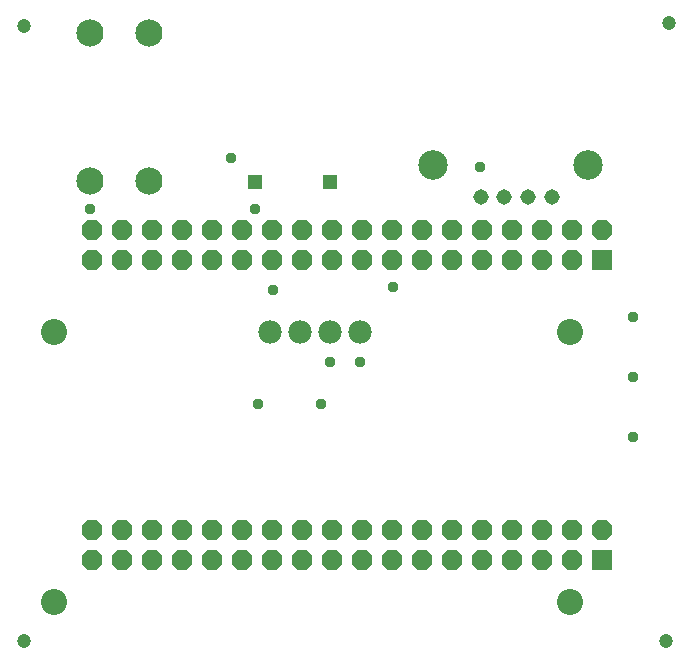
<source format=gbr>
G04 EAGLE Gerber RS-274X export*
G75*
%MOMM*%
%FSLAX34Y34*%
%LPD*%
%INSoldermask Bottom*%
%IPPOS*%
%AMOC8*
5,1,8,0,0,1.08239X$1,22.5*%
G01*
%ADD10C,1.203200*%
%ADD11C,1.981200*%
%ADD12C,2.203200*%
%ADD13C,2.303200*%
%ADD14R,1.727200X1.727200*%
%ADD15P,1.869504X8X202.500000*%
%ADD16C,1.311200*%
%ADD17C,2.503200*%
%ADD18R,1.311200X1.311200*%
%ADD19C,0.959600*%


D10*
X-1348740Y-2204720D03*
X-802640Y-2202180D03*
X-1348740Y-2725420D03*
X-805180Y-2725420D03*
D11*
X-1089660Y-2463800D03*
X-1140460Y-2463800D03*
X-1115060Y-2463800D03*
X-1064260Y-2463800D03*
D12*
X-1323340Y-2692400D03*
X-886460Y-2692400D03*
X-1323340Y-2463800D03*
X-886460Y-2463800D03*
D13*
X-1292460Y-2335800D03*
X-1242460Y-2335800D03*
X-1292460Y-2210800D03*
X-1242460Y-2210800D03*
D14*
X-859200Y-2657100D03*
D15*
X-859200Y-2631700D03*
X-884600Y-2657100D03*
X-884600Y-2631700D03*
X-910000Y-2657100D03*
X-910000Y-2631700D03*
X-935400Y-2657100D03*
X-935400Y-2631700D03*
X-960800Y-2657100D03*
X-960800Y-2631700D03*
X-986200Y-2657100D03*
X-986200Y-2631700D03*
X-1011600Y-2657100D03*
X-1011600Y-2631700D03*
X-1037000Y-2657100D03*
X-1037000Y-2631700D03*
X-1062400Y-2657100D03*
X-1062400Y-2631700D03*
X-1087800Y-2657100D03*
X-1087800Y-2631700D03*
X-1113200Y-2657100D03*
X-1113200Y-2631700D03*
X-1138600Y-2657100D03*
X-1138600Y-2631700D03*
X-1164000Y-2657100D03*
X-1164000Y-2631700D03*
X-1189400Y-2657100D03*
X-1189400Y-2631700D03*
X-1214800Y-2657100D03*
X-1214800Y-2631700D03*
X-1240200Y-2657100D03*
X-1240200Y-2631700D03*
X-1265600Y-2657100D03*
X-1265600Y-2631700D03*
X-1291000Y-2657100D03*
X-1291000Y-2631700D03*
D14*
X-859200Y-2403100D03*
D15*
X-859200Y-2377700D03*
X-884600Y-2403100D03*
X-884600Y-2377700D03*
X-910000Y-2403100D03*
X-910000Y-2377700D03*
X-935400Y-2403100D03*
X-935400Y-2377700D03*
X-960800Y-2403100D03*
X-960800Y-2377700D03*
X-986200Y-2403100D03*
X-986200Y-2377700D03*
X-1011600Y-2403100D03*
X-1011600Y-2377700D03*
X-1037000Y-2403100D03*
X-1037000Y-2377700D03*
X-1062400Y-2403100D03*
X-1062400Y-2377700D03*
X-1087800Y-2403100D03*
X-1087800Y-2377700D03*
X-1113200Y-2403100D03*
X-1113200Y-2377700D03*
X-1138600Y-2403100D03*
X-1138600Y-2377700D03*
X-1164000Y-2403100D03*
X-1164000Y-2377700D03*
X-1189400Y-2403100D03*
X-1189400Y-2377700D03*
X-1214800Y-2403100D03*
X-1214800Y-2377700D03*
X-1240200Y-2403100D03*
X-1240200Y-2377700D03*
X-1265600Y-2403100D03*
X-1265600Y-2377700D03*
X-1291000Y-2403100D03*
X-1291000Y-2377700D03*
D16*
X-901700Y-2349500D03*
X-921700Y-2349500D03*
X-941700Y-2349500D03*
X-961700Y-2349500D03*
D17*
X-871000Y-2322400D03*
X-1002400Y-2322400D03*
D18*
X-1153160Y-2336800D03*
X-1089660Y-2336800D03*
D19*
X-833120Y-2451100D03*
X-833120Y-2552700D03*
X-833120Y-2501900D03*
X-1089660Y-2489200D03*
X-962660Y-2324100D03*
X-1036320Y-2425700D03*
X-1153160Y-2359660D03*
X-1292860Y-2359660D03*
X-1064260Y-2489200D03*
X-1150620Y-2524760D03*
X-1097280Y-2524760D03*
X-1173480Y-2316480D03*
X-1137920Y-2428240D03*
M02*

</source>
